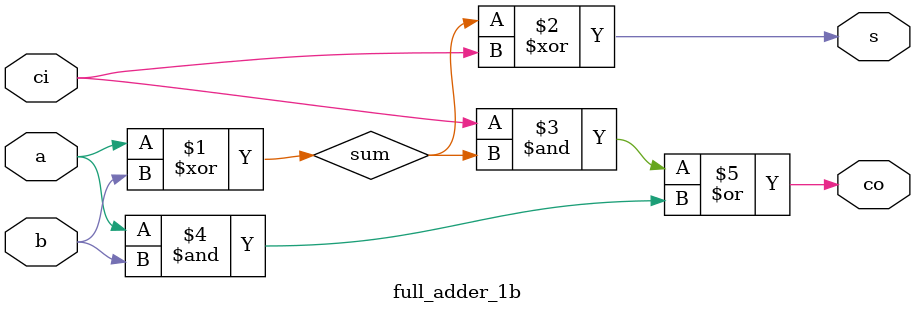
<source format=v>



module full_adder_1b(
	input a,
	input b,
	input ci,
	output s,
	output co
	);

	wire sum;

	assign sum = a ^ b;
	assign s   = sum ^ ci;
	assign co  = (ci & sum) | (a & b);

endmodule

</source>
